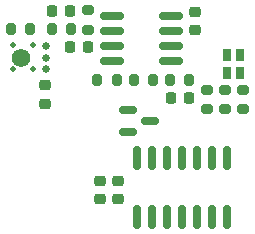
<source format=gbr>
%TF.GenerationSoftware,KiCad,Pcbnew,(6.0.1)*%
%TF.CreationDate,2022-02-08T09:51:35-07:00*%
%TF.ProjectId,NoteDetector,4e6f7465-4465-4746-9563-746f722e6b69,rev?*%
%TF.SameCoordinates,Original*%
%TF.FileFunction,Paste,Top*%
%TF.FilePolarity,Positive*%
%FSLAX46Y46*%
G04 Gerber Fmt 4.6, Leading zero omitted, Abs format (unit mm)*
G04 Created by KiCad (PCBNEW (6.0.1)) date 2022-02-08 09:51:35*
%MOMM*%
%LPD*%
G01*
G04 APERTURE LIST*
G04 Aperture macros list*
%AMRoundRect*
0 Rectangle with rounded corners*
0 $1 Rounding radius*
0 $2 $3 $4 $5 $6 $7 $8 $9 X,Y pos of 4 corners*
0 Add a 4 corners polygon primitive as box body*
4,1,4,$2,$3,$4,$5,$6,$7,$8,$9,$2,$3,0*
0 Add four circle primitives for the rounded corners*
1,1,$1+$1,$2,$3*
1,1,$1+$1,$4,$5*
1,1,$1+$1,$6,$7*
1,1,$1+$1,$8,$9*
0 Add four rect primitives between the rounded corners*
20,1,$1+$1,$2,$3,$4,$5,0*
20,1,$1+$1,$4,$5,$6,$7,0*
20,1,$1+$1,$6,$7,$8,$9,0*
20,1,$1+$1,$8,$9,$2,$3,0*%
G04 Aperture macros list end*
%ADD10RoundRect,0.225000X0.250000X-0.225000X0.250000X0.225000X-0.250000X0.225000X-0.250000X-0.225000X0*%
%ADD11RoundRect,0.200000X0.200000X0.275000X-0.200000X0.275000X-0.200000X-0.275000X0.200000X-0.275000X0*%
%ADD12RoundRect,0.200000X-0.275000X0.200000X-0.275000X-0.200000X0.275000X-0.200000X0.275000X0.200000X0*%
%ADD13RoundRect,0.225000X-0.250000X0.225000X-0.250000X-0.225000X0.250000X-0.225000X0.250000X0.225000X0*%
%ADD14C,0.650000*%
%ADD15C,0.460000*%
%ADD16C,1.560000*%
%ADD17RoundRect,0.225000X0.225000X0.250000X-0.225000X0.250000X-0.225000X-0.250000X0.225000X-0.250000X0*%
%ADD18RoundRect,0.200000X0.275000X-0.200000X0.275000X0.200000X-0.275000X0.200000X-0.275000X-0.200000X0*%
%ADD19RoundRect,0.150000X-0.587500X-0.150000X0.587500X-0.150000X0.587500X0.150000X-0.587500X0.150000X0*%
%ADD20RoundRect,0.200000X-0.200000X-0.275000X0.200000X-0.275000X0.200000X0.275000X-0.200000X0.275000X0*%
%ADD21R,0.800000X1.000000*%
%ADD22RoundRect,0.150000X0.150000X-0.825000X0.150000X0.825000X-0.150000X0.825000X-0.150000X-0.825000X0*%
%ADD23RoundRect,0.225000X-0.225000X-0.250000X0.225000X-0.250000X0.225000X0.250000X-0.225000X0.250000X0*%
%ADD24RoundRect,0.150000X-0.825000X-0.150000X0.825000X-0.150000X0.825000X0.150000X-0.825000X0.150000X0*%
G04 APERTURE END LIST*
D10*
%TO.C,C6*%
X10600000Y-21675000D03*
X10600000Y-20125000D03*
%TD*%
D11*
%TO.C,R3*%
X12025000Y-11600000D03*
X10375000Y-11600000D03*
%TD*%
D10*
%TO.C,C7*%
X12150000Y-21675000D03*
X12150000Y-20125000D03*
%TD*%
D12*
%TO.C,R9*%
X22750000Y-14050000D03*
X22750000Y-12400000D03*
%TD*%
D13*
%TO.C,C4*%
X18700000Y-5800000D03*
X18700000Y-7350000D03*
%TD*%
D14*
%TO.C,U1*%
X6025000Y-8740000D03*
D15*
X4925000Y-8640000D03*
X3285000Y-8640000D03*
X3285000Y-10670000D03*
X4925000Y-10670000D03*
D14*
X6025000Y-10670000D03*
X6025000Y-9700000D03*
D16*
X3925000Y-9700000D03*
%TD*%
D12*
%TO.C,R7*%
X19650000Y-12400000D03*
X19650000Y-14050000D03*
%TD*%
D17*
%TO.C,C3*%
X8125000Y-5750000D03*
X6575000Y-5750000D03*
%TD*%
D10*
%TO.C,C1*%
X6000000Y-13575000D03*
X6000000Y-12025000D03*
%TD*%
D18*
%TO.C,R4*%
X9650000Y-7325000D03*
X9650000Y-5675000D03*
%TD*%
D19*
%TO.C,Q1*%
X12962500Y-14100000D03*
X12962500Y-16000000D03*
X14837500Y-15050000D03*
%TD*%
D12*
%TO.C,R8*%
X21200000Y-12400000D03*
X21200000Y-14050000D03*
%TD*%
D20*
%TO.C,R2*%
X6525000Y-7250000D03*
X8175000Y-7250000D03*
%TD*%
D21*
%TO.C,D1*%
X22500000Y-9500000D03*
X22500000Y-11000000D03*
X21400000Y-11000000D03*
X21400000Y-9500000D03*
%TD*%
D20*
%TO.C,R6*%
X16525000Y-11600000D03*
X18175000Y-11600000D03*
%TD*%
D22*
%TO.C,U3*%
X13740000Y-23175000D03*
X15010000Y-23175000D03*
X16280000Y-23175000D03*
X17550000Y-23175000D03*
X18820000Y-23175000D03*
X20090000Y-23175000D03*
X21360000Y-23175000D03*
X21360000Y-18225000D03*
X20090000Y-18225000D03*
X18820000Y-18225000D03*
X17550000Y-18225000D03*
X16280000Y-18225000D03*
X15010000Y-18225000D03*
X13740000Y-18225000D03*
%TD*%
D23*
%TO.C,C2*%
X8100000Y-8750000D03*
X9650000Y-8750000D03*
%TD*%
D17*
%TO.C,C5*%
X18150000Y-13150000D03*
X16600000Y-13150000D03*
%TD*%
D24*
%TO.C,U2*%
X16625000Y-6185000D03*
X16625000Y-7455000D03*
X16625000Y-8725000D03*
X16625000Y-9995000D03*
X11675000Y-9995000D03*
X11675000Y-8725000D03*
X11675000Y-7455000D03*
X11675000Y-6185000D03*
%TD*%
D20*
%TO.C,R5*%
X13475000Y-11600000D03*
X15125000Y-11600000D03*
%TD*%
D11*
%TO.C,R1*%
X4725000Y-7300000D03*
X3075000Y-7300000D03*
%TD*%
M02*

</source>
